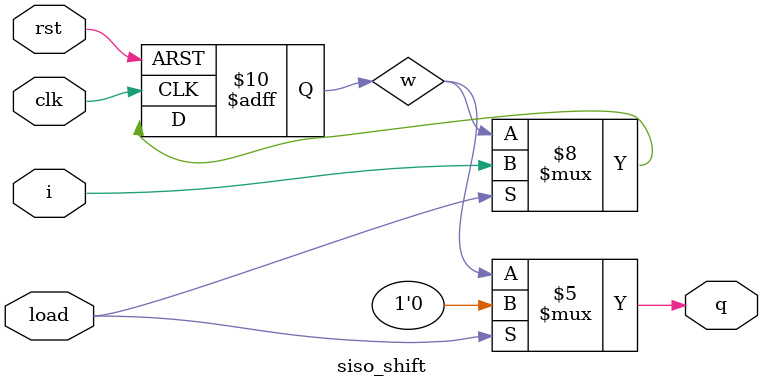
<source format=v>

module siso_shift #(parameter n=4)
(input clk,rst,load,
 input i,
 output q);

reg w=1'b0;
//reg [n-1:0]t={n{1'b0}};

always @ (posedge clk,negedge rst)
begin
	if(!rst)
	begin
		w<=1'b0;
	end
	
	else if(load==1)
	begin
		w<=i;
	end
	
	else
	begin
		w<=w;
	end

end

assign q=(!load)?w:1'b0;

endmodule

</source>
